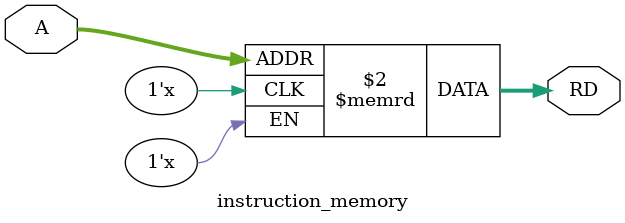
<source format=v>
module instruction_memory(
input [31:0]A,
output reg[31:0]RD

    );
    reg [31:0]mem[255:0];
    always @(*)
    begin
    RD=mem[A];
    end
endmodule

</source>
